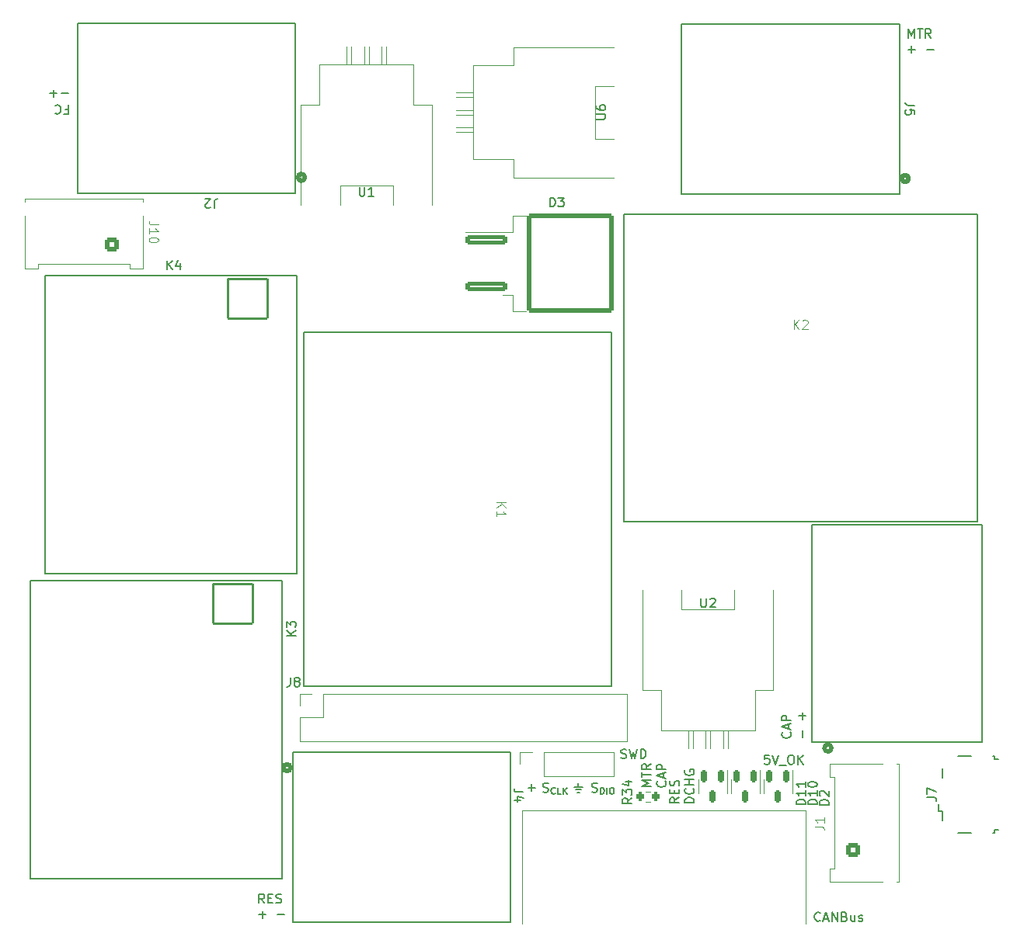
<source format=gto>
G04 #@! TF.GenerationSoftware,KiCad,Pcbnew,7.0.2*
G04 #@! TF.CreationDate,2023-11-05T14:56:02-07:00*
G04 #@! TF.ProjectId,Relay_Board_Lucy_V1,52656c61-795f-4426-9f61-72645f4c7563,V1.0*
G04 #@! TF.SameCoordinates,Original*
G04 #@! TF.FileFunction,Legend,Top*
G04 #@! TF.FilePolarity,Positive*
%FSLAX46Y46*%
G04 Gerber Fmt 4.6, Leading zero omitted, Abs format (unit mm)*
G04 Created by KiCad (PCBNEW 7.0.2) date 2023-11-05 14:56:02*
%MOMM*%
%LPD*%
G01*
G04 APERTURE LIST*
G04 Aperture macros list*
%AMRoundRect*
0 Rectangle with rounded corners*
0 $1 Rounding radius*
0 $2 $3 $4 $5 $6 $7 $8 $9 X,Y pos of 4 corners*
0 Add a 4 corners polygon primitive as box body*
4,1,4,$2,$3,$4,$5,$6,$7,$8,$9,$2,$3,0*
0 Add four circle primitives for the rounded corners*
1,1,$1+$1,$2,$3*
1,1,$1+$1,$4,$5*
1,1,$1+$1,$6,$7*
1,1,$1+$1,$8,$9*
0 Add four rect primitives between the rounded corners*
20,1,$1+$1,$2,$3,$4,$5,0*
20,1,$1+$1,$4,$5,$6,$7,0*
20,1,$1+$1,$6,$7,$8,$9,0*
20,1,$1+$1,$8,$9,$2,$3,0*%
G04 Aperture macros list end*
%ADD10C,0.150000*%
%ADD11C,0.100000*%
%ADD12C,0.120000*%
%ADD13C,0.127000*%
%ADD14C,0.152400*%
%ADD15C,0.508000*%
%ADD16O,0.800000X0.800000*%
%ADD17R,1.300000X0.450000*%
%ADD18O,1.800000X1.150000*%
%ADD19O,2.000000X1.450000*%
%ADD20RoundRect,0.250000X-2.050000X-0.300000X2.050000X-0.300000X2.050000X0.300000X-2.050000X0.300000X0*%
%ADD21RoundRect,0.250002X-4.449998X-5.149998X4.449998X-5.149998X4.449998X5.149998X-4.449998X5.149998X0*%
%ADD22RoundRect,0.102000X-2.159000X-2.159000X2.159000X-2.159000X2.159000X2.159000X-2.159000X2.159000X0*%
%ADD23C,4.522000*%
%ADD24C,2.744000*%
%ADD25C,2.209800*%
%ADD26RoundRect,0.200000X0.200000X0.275000X-0.200000X0.275000X-0.200000X-0.275000X0.200000X-0.275000X0*%
%ADD27R,1.700000X1.700000*%
%ADD28O,1.700000X1.700000*%
%ADD29C,1.000000*%
%ADD30RoundRect,0.250001X0.499999X0.499999X-0.499999X0.499999X-0.499999X-0.499999X0.499999X-0.499999X0*%
%ADD31C,1.500000*%
%ADD32C,3.200000*%
%ADD33RoundRect,0.150000X-0.150000X0.512500X-0.150000X-0.512500X0.150000X-0.512500X0.150000X0.512500X0*%
%ADD34O,7.500000X2.300000*%
%ADD35C,3.000000*%
%ADD36O,2.300000X7.500000*%
%ADD37R,1.500000X1.500000*%
%ADD38C,0.800000*%
%ADD39O,9.000000X6.000000*%
%ADD40RoundRect,0.250001X0.499999X-0.499999X0.499999X0.499999X-0.499999X0.499999X-0.499999X-0.499999X0*%
%ADD41O,6.000000X9.000000*%
%ADD42C,4.000000*%
%ADD43R,1.600000X1.600000*%
%ADD44C,1.600000*%
G04 APERTURE END LIST*
D10*
X144589476Y-137625000D02*
X144732333Y-137672619D01*
X144732333Y-137672619D02*
X144970428Y-137672619D01*
X144970428Y-137672619D02*
X145065666Y-137625000D01*
X145065666Y-137625000D02*
X145113285Y-137577380D01*
X145113285Y-137577380D02*
X145160904Y-137482142D01*
X145160904Y-137482142D02*
X145160904Y-137386904D01*
X145160904Y-137386904D02*
X145113285Y-137291666D01*
X145113285Y-137291666D02*
X145065666Y-137244047D01*
X145065666Y-137244047D02*
X144970428Y-137196428D01*
X144970428Y-137196428D02*
X144779952Y-137148809D01*
X144779952Y-137148809D02*
X144684714Y-137101190D01*
X144684714Y-137101190D02*
X144637095Y-137053571D01*
X144637095Y-137053571D02*
X144589476Y-136958333D01*
X144589476Y-136958333D02*
X144589476Y-136863095D01*
X144589476Y-136863095D02*
X144637095Y-136767857D01*
X144637095Y-136767857D02*
X144684714Y-136720238D01*
X144684714Y-136720238D02*
X144779952Y-136672619D01*
X144779952Y-136672619D02*
X145018047Y-136672619D01*
X145018047Y-136672619D02*
X145160904Y-136720238D01*
X145918047Y-137801666D02*
X145884714Y-137835000D01*
X145884714Y-137835000D02*
X145784714Y-137868333D01*
X145784714Y-137868333D02*
X145718047Y-137868333D01*
X145718047Y-137868333D02*
X145618047Y-137835000D01*
X145618047Y-137835000D02*
X145551381Y-137768333D01*
X145551381Y-137768333D02*
X145518047Y-137701666D01*
X145518047Y-137701666D02*
X145484714Y-137568333D01*
X145484714Y-137568333D02*
X145484714Y-137468333D01*
X145484714Y-137468333D02*
X145518047Y-137335000D01*
X145518047Y-137335000D02*
X145551381Y-137268333D01*
X145551381Y-137268333D02*
X145618047Y-137201666D01*
X145618047Y-137201666D02*
X145718047Y-137168333D01*
X145718047Y-137168333D02*
X145784714Y-137168333D01*
X145784714Y-137168333D02*
X145884714Y-137201666D01*
X145884714Y-137201666D02*
X145918047Y-137235000D01*
X146551381Y-137868333D02*
X146218047Y-137868333D01*
X146218047Y-137868333D02*
X146218047Y-137168333D01*
X146784714Y-137868333D02*
X146784714Y-137168333D01*
X147184714Y-137868333D02*
X146884714Y-137468333D01*
X147184714Y-137168333D02*
X146784714Y-137568333D01*
X156372619Y-137048904D02*
X155372619Y-137048904D01*
X155372619Y-137048904D02*
X156086904Y-136715571D01*
X156086904Y-136715571D02*
X155372619Y-136382238D01*
X155372619Y-136382238D02*
X156372619Y-136382238D01*
X155372619Y-136048904D02*
X155372619Y-135477476D01*
X156372619Y-135763190D02*
X155372619Y-135763190D01*
X156372619Y-134572714D02*
X155896428Y-134906047D01*
X156372619Y-135144142D02*
X155372619Y-135144142D01*
X155372619Y-135144142D02*
X155372619Y-134763190D01*
X155372619Y-134763190D02*
X155420238Y-134667952D01*
X155420238Y-134667952D02*
X155467857Y-134620333D01*
X155467857Y-134620333D02*
X155563095Y-134572714D01*
X155563095Y-134572714D02*
X155705952Y-134572714D01*
X155705952Y-134572714D02*
X155801190Y-134620333D01*
X155801190Y-134620333D02*
X155848809Y-134667952D01*
X155848809Y-134667952D02*
X155896428Y-134763190D01*
X155896428Y-134763190D02*
X155896428Y-135144142D01*
X157897380Y-136477476D02*
X157945000Y-136525095D01*
X157945000Y-136525095D02*
X157992619Y-136667952D01*
X157992619Y-136667952D02*
X157992619Y-136763190D01*
X157992619Y-136763190D02*
X157945000Y-136906047D01*
X157945000Y-136906047D02*
X157849761Y-137001285D01*
X157849761Y-137001285D02*
X157754523Y-137048904D01*
X157754523Y-137048904D02*
X157564047Y-137096523D01*
X157564047Y-137096523D02*
X157421190Y-137096523D01*
X157421190Y-137096523D02*
X157230714Y-137048904D01*
X157230714Y-137048904D02*
X157135476Y-137001285D01*
X157135476Y-137001285D02*
X157040238Y-136906047D01*
X157040238Y-136906047D02*
X156992619Y-136763190D01*
X156992619Y-136763190D02*
X156992619Y-136667952D01*
X156992619Y-136667952D02*
X157040238Y-136525095D01*
X157040238Y-136525095D02*
X157087857Y-136477476D01*
X157706904Y-136096523D02*
X157706904Y-135620333D01*
X157992619Y-136191761D02*
X156992619Y-135858428D01*
X156992619Y-135858428D02*
X157992619Y-135525095D01*
X157992619Y-135191761D02*
X156992619Y-135191761D01*
X156992619Y-135191761D02*
X156992619Y-134810809D01*
X156992619Y-134810809D02*
X157040238Y-134715571D01*
X157040238Y-134715571D02*
X157087857Y-134667952D01*
X157087857Y-134667952D02*
X157183095Y-134620333D01*
X157183095Y-134620333D02*
X157325952Y-134620333D01*
X157325952Y-134620333D02*
X157421190Y-134667952D01*
X157421190Y-134667952D02*
X157468809Y-134715571D01*
X157468809Y-134715571D02*
X157516428Y-134810809D01*
X157516428Y-134810809D02*
X157516428Y-135191761D01*
X114220523Y-149768619D02*
X113887190Y-149292428D01*
X113649095Y-149768619D02*
X113649095Y-148768619D01*
X113649095Y-148768619D02*
X114030047Y-148768619D01*
X114030047Y-148768619D02*
X114125285Y-148816238D01*
X114125285Y-148816238D02*
X114172904Y-148863857D01*
X114172904Y-148863857D02*
X114220523Y-148959095D01*
X114220523Y-148959095D02*
X114220523Y-149101952D01*
X114220523Y-149101952D02*
X114172904Y-149197190D01*
X114172904Y-149197190D02*
X114125285Y-149244809D01*
X114125285Y-149244809D02*
X114030047Y-149292428D01*
X114030047Y-149292428D02*
X113649095Y-149292428D01*
X114649095Y-149244809D02*
X114982428Y-149244809D01*
X115125285Y-149768619D02*
X114649095Y-149768619D01*
X114649095Y-149768619D02*
X114649095Y-148768619D01*
X114649095Y-148768619D02*
X115125285Y-148768619D01*
X115506238Y-149721000D02*
X115649095Y-149768619D01*
X115649095Y-149768619D02*
X115887190Y-149768619D01*
X115887190Y-149768619D02*
X115982428Y-149721000D01*
X115982428Y-149721000D02*
X116030047Y-149673380D01*
X116030047Y-149673380D02*
X116077666Y-149578142D01*
X116077666Y-149578142D02*
X116077666Y-149482904D01*
X116077666Y-149482904D02*
X116030047Y-149387666D01*
X116030047Y-149387666D02*
X115982428Y-149340047D01*
X115982428Y-149340047D02*
X115887190Y-149292428D01*
X115887190Y-149292428D02*
X115696714Y-149244809D01*
X115696714Y-149244809D02*
X115601476Y-149197190D01*
X115601476Y-149197190D02*
X115553857Y-149149571D01*
X115553857Y-149149571D02*
X115506238Y-149054333D01*
X115506238Y-149054333D02*
X115506238Y-148959095D01*
X115506238Y-148959095D02*
X115553857Y-148863857D01*
X115553857Y-148863857D02*
X115601476Y-148816238D01*
X115601476Y-148816238D02*
X115696714Y-148768619D01*
X115696714Y-148768619D02*
X115934809Y-148768619D01*
X115934809Y-148768619D02*
X116077666Y-148816238D01*
X113649095Y-151007666D02*
X114411000Y-151007666D01*
X114030047Y-151388619D02*
X114030047Y-150626714D01*
X115649095Y-151007666D02*
X116411000Y-151007666D01*
X171517380Y-131143476D02*
X171565000Y-131191095D01*
X171565000Y-131191095D02*
X171612619Y-131333952D01*
X171612619Y-131333952D02*
X171612619Y-131429190D01*
X171612619Y-131429190D02*
X171565000Y-131572047D01*
X171565000Y-131572047D02*
X171469761Y-131667285D01*
X171469761Y-131667285D02*
X171374523Y-131714904D01*
X171374523Y-131714904D02*
X171184047Y-131762523D01*
X171184047Y-131762523D02*
X171041190Y-131762523D01*
X171041190Y-131762523D02*
X170850714Y-131714904D01*
X170850714Y-131714904D02*
X170755476Y-131667285D01*
X170755476Y-131667285D02*
X170660238Y-131572047D01*
X170660238Y-131572047D02*
X170612619Y-131429190D01*
X170612619Y-131429190D02*
X170612619Y-131333952D01*
X170612619Y-131333952D02*
X170660238Y-131191095D01*
X170660238Y-131191095D02*
X170707857Y-131143476D01*
X171326904Y-130762523D02*
X171326904Y-130286333D01*
X171612619Y-130857761D02*
X170612619Y-130524428D01*
X170612619Y-130524428D02*
X171612619Y-130191095D01*
X171612619Y-129857761D02*
X170612619Y-129857761D01*
X170612619Y-129857761D02*
X170612619Y-129476809D01*
X170612619Y-129476809D02*
X170660238Y-129381571D01*
X170660238Y-129381571D02*
X170707857Y-129333952D01*
X170707857Y-129333952D02*
X170803095Y-129286333D01*
X170803095Y-129286333D02*
X170945952Y-129286333D01*
X170945952Y-129286333D02*
X171041190Y-129333952D01*
X171041190Y-129333952D02*
X171088809Y-129381571D01*
X171088809Y-129381571D02*
X171136428Y-129476809D01*
X171136428Y-129476809D02*
X171136428Y-129857761D01*
X172851666Y-131714904D02*
X172851666Y-130953000D01*
X172851666Y-129714904D02*
X172851666Y-128953000D01*
X173232619Y-129333952D02*
X172470714Y-129333952D01*
X92519571Y-63226190D02*
X92852904Y-63226190D01*
X92852904Y-62702380D02*
X92852904Y-63702380D01*
X92852904Y-63702380D02*
X92376714Y-63702380D01*
X91424333Y-62797619D02*
X91471952Y-62750000D01*
X91471952Y-62750000D02*
X91614809Y-62702380D01*
X91614809Y-62702380D02*
X91710047Y-62702380D01*
X91710047Y-62702380D02*
X91852904Y-62750000D01*
X91852904Y-62750000D02*
X91948142Y-62845238D01*
X91948142Y-62845238D02*
X91995761Y-62940476D01*
X91995761Y-62940476D02*
X92043380Y-63130952D01*
X92043380Y-63130952D02*
X92043380Y-63273809D01*
X92043380Y-63273809D02*
X91995761Y-63464285D01*
X91995761Y-63464285D02*
X91948142Y-63559523D01*
X91948142Y-63559523D02*
X91852904Y-63654761D01*
X91852904Y-63654761D02*
X91710047Y-63702380D01*
X91710047Y-63702380D02*
X91614809Y-63702380D01*
X91614809Y-63702380D02*
X91471952Y-63654761D01*
X91471952Y-63654761D02*
X91424333Y-63607142D01*
X92852904Y-61463333D02*
X92091000Y-61463333D01*
X91614809Y-61463333D02*
X90852905Y-61463333D01*
X91233857Y-61082380D02*
X91233857Y-61844285D01*
X169243285Y-133624619D02*
X168767095Y-133624619D01*
X168767095Y-133624619D02*
X168719476Y-134100809D01*
X168719476Y-134100809D02*
X168767095Y-134053190D01*
X168767095Y-134053190D02*
X168862333Y-134005571D01*
X168862333Y-134005571D02*
X169100428Y-134005571D01*
X169100428Y-134005571D02*
X169195666Y-134053190D01*
X169195666Y-134053190D02*
X169243285Y-134100809D01*
X169243285Y-134100809D02*
X169290904Y-134196047D01*
X169290904Y-134196047D02*
X169290904Y-134434142D01*
X169290904Y-134434142D02*
X169243285Y-134529380D01*
X169243285Y-134529380D02*
X169195666Y-134577000D01*
X169195666Y-134577000D02*
X169100428Y-134624619D01*
X169100428Y-134624619D02*
X168862333Y-134624619D01*
X168862333Y-134624619D02*
X168767095Y-134577000D01*
X168767095Y-134577000D02*
X168719476Y-134529380D01*
X169576619Y-133624619D02*
X169909952Y-134624619D01*
X169909952Y-134624619D02*
X170243285Y-133624619D01*
X170338524Y-134719857D02*
X171100428Y-134719857D01*
X171529000Y-133624619D02*
X171719476Y-133624619D01*
X171719476Y-133624619D02*
X171814714Y-133672238D01*
X171814714Y-133672238D02*
X171909952Y-133767476D01*
X171909952Y-133767476D02*
X171957571Y-133957952D01*
X171957571Y-133957952D02*
X171957571Y-134291285D01*
X171957571Y-134291285D02*
X171909952Y-134481761D01*
X171909952Y-134481761D02*
X171814714Y-134577000D01*
X171814714Y-134577000D02*
X171719476Y-134624619D01*
X171719476Y-134624619D02*
X171529000Y-134624619D01*
X171529000Y-134624619D02*
X171433762Y-134577000D01*
X171433762Y-134577000D02*
X171338524Y-134481761D01*
X171338524Y-134481761D02*
X171290905Y-134291285D01*
X171290905Y-134291285D02*
X171290905Y-133957952D01*
X171290905Y-133957952D02*
X171338524Y-133767476D01*
X171338524Y-133767476D02*
X171433762Y-133672238D01*
X171433762Y-133672238D02*
X171529000Y-133624619D01*
X172386143Y-134624619D02*
X172386143Y-133624619D01*
X172957571Y-134624619D02*
X172529000Y-134053190D01*
X172957571Y-133624619D02*
X172386143Y-134196047D01*
X184388095Y-55407619D02*
X184388095Y-54407619D01*
X184388095Y-54407619D02*
X184721428Y-55121904D01*
X184721428Y-55121904D02*
X185054761Y-54407619D01*
X185054761Y-54407619D02*
X185054761Y-55407619D01*
X185388095Y-54407619D02*
X185959523Y-54407619D01*
X185673809Y-55407619D02*
X185673809Y-54407619D01*
X186864285Y-55407619D02*
X186530952Y-54931428D01*
X186292857Y-55407619D02*
X186292857Y-54407619D01*
X186292857Y-54407619D02*
X186673809Y-54407619D01*
X186673809Y-54407619D02*
X186769047Y-54455238D01*
X186769047Y-54455238D02*
X186816666Y-54502857D01*
X186816666Y-54502857D02*
X186864285Y-54598095D01*
X186864285Y-54598095D02*
X186864285Y-54740952D01*
X186864285Y-54740952D02*
X186816666Y-54836190D01*
X186816666Y-54836190D02*
X186769047Y-54883809D01*
X186769047Y-54883809D02*
X186673809Y-54931428D01*
X186673809Y-54931428D02*
X186292857Y-54931428D01*
X184388095Y-56646666D02*
X185150000Y-56646666D01*
X184769047Y-57027619D02*
X184769047Y-56265714D01*
X186388095Y-56646666D02*
X187150000Y-56646666D01*
X153098476Y-133942000D02*
X153241333Y-133989619D01*
X153241333Y-133989619D02*
X153479428Y-133989619D01*
X153479428Y-133989619D02*
X153574666Y-133942000D01*
X153574666Y-133942000D02*
X153622285Y-133894380D01*
X153622285Y-133894380D02*
X153669904Y-133799142D01*
X153669904Y-133799142D02*
X153669904Y-133703904D01*
X153669904Y-133703904D02*
X153622285Y-133608666D01*
X153622285Y-133608666D02*
X153574666Y-133561047D01*
X153574666Y-133561047D02*
X153479428Y-133513428D01*
X153479428Y-133513428D02*
X153288952Y-133465809D01*
X153288952Y-133465809D02*
X153193714Y-133418190D01*
X153193714Y-133418190D02*
X153146095Y-133370571D01*
X153146095Y-133370571D02*
X153098476Y-133275333D01*
X153098476Y-133275333D02*
X153098476Y-133180095D01*
X153098476Y-133180095D02*
X153146095Y-133084857D01*
X153146095Y-133084857D02*
X153193714Y-133037238D01*
X153193714Y-133037238D02*
X153288952Y-132989619D01*
X153288952Y-132989619D02*
X153527047Y-132989619D01*
X153527047Y-132989619D02*
X153669904Y-133037238D01*
X154003238Y-132989619D02*
X154241333Y-133989619D01*
X154241333Y-133989619D02*
X154431809Y-133275333D01*
X154431809Y-133275333D02*
X154622285Y-133989619D01*
X154622285Y-133989619D02*
X154860381Y-132989619D01*
X155241333Y-133989619D02*
X155241333Y-132989619D01*
X155241333Y-132989619D02*
X155479428Y-132989619D01*
X155479428Y-132989619D02*
X155622285Y-133037238D01*
X155622285Y-133037238D02*
X155717523Y-133132476D01*
X155717523Y-133132476D02*
X155765142Y-133227714D01*
X155765142Y-133227714D02*
X155812761Y-133418190D01*
X155812761Y-133418190D02*
X155812761Y-133561047D01*
X155812761Y-133561047D02*
X155765142Y-133751523D01*
X155765142Y-133751523D02*
X155717523Y-133846761D01*
X155717523Y-133846761D02*
X155622285Y-133942000D01*
X155622285Y-133942000D02*
X155479428Y-133989619D01*
X155479428Y-133989619D02*
X155241333Y-133989619D01*
X149923476Y-137625000D02*
X150066333Y-137672619D01*
X150066333Y-137672619D02*
X150304428Y-137672619D01*
X150304428Y-137672619D02*
X150399666Y-137625000D01*
X150399666Y-137625000D02*
X150447285Y-137577380D01*
X150447285Y-137577380D02*
X150494904Y-137482142D01*
X150494904Y-137482142D02*
X150494904Y-137386904D01*
X150494904Y-137386904D02*
X150447285Y-137291666D01*
X150447285Y-137291666D02*
X150399666Y-137244047D01*
X150399666Y-137244047D02*
X150304428Y-137196428D01*
X150304428Y-137196428D02*
X150113952Y-137148809D01*
X150113952Y-137148809D02*
X150018714Y-137101190D01*
X150018714Y-137101190D02*
X149971095Y-137053571D01*
X149971095Y-137053571D02*
X149923476Y-136958333D01*
X149923476Y-136958333D02*
X149923476Y-136863095D01*
X149923476Y-136863095D02*
X149971095Y-136767857D01*
X149971095Y-136767857D02*
X150018714Y-136720238D01*
X150018714Y-136720238D02*
X150113952Y-136672619D01*
X150113952Y-136672619D02*
X150352047Y-136672619D01*
X150352047Y-136672619D02*
X150494904Y-136720238D01*
X150852047Y-137868333D02*
X150852047Y-137168333D01*
X150852047Y-137168333D02*
X151018714Y-137168333D01*
X151018714Y-137168333D02*
X151118714Y-137201666D01*
X151118714Y-137201666D02*
X151185381Y-137268333D01*
X151185381Y-137268333D02*
X151218714Y-137335000D01*
X151218714Y-137335000D02*
X151252047Y-137468333D01*
X151252047Y-137468333D02*
X151252047Y-137568333D01*
X151252047Y-137568333D02*
X151218714Y-137701666D01*
X151218714Y-137701666D02*
X151185381Y-137768333D01*
X151185381Y-137768333D02*
X151118714Y-137835000D01*
X151118714Y-137835000D02*
X151018714Y-137868333D01*
X151018714Y-137868333D02*
X150852047Y-137868333D01*
X151552047Y-137868333D02*
X151552047Y-137168333D01*
X152018714Y-137168333D02*
X152152047Y-137168333D01*
X152152047Y-137168333D02*
X152218714Y-137201666D01*
X152218714Y-137201666D02*
X152285380Y-137268333D01*
X152285380Y-137268333D02*
X152318714Y-137401666D01*
X152318714Y-137401666D02*
X152318714Y-137635000D01*
X152318714Y-137635000D02*
X152285380Y-137768333D01*
X152285380Y-137768333D02*
X152218714Y-137835000D01*
X152218714Y-137835000D02*
X152152047Y-137868333D01*
X152152047Y-137868333D02*
X152018714Y-137868333D01*
X152018714Y-137868333D02*
X151952047Y-137835000D01*
X151952047Y-137835000D02*
X151885380Y-137768333D01*
X151885380Y-137768333D02*
X151852047Y-137635000D01*
X151852047Y-137635000D02*
X151852047Y-137401666D01*
X151852047Y-137401666D02*
X151885380Y-137268333D01*
X151885380Y-137268333D02*
X151952047Y-137201666D01*
X151952047Y-137201666D02*
X152018714Y-137168333D01*
X147970857Y-137101190D02*
X148923238Y-137101190D01*
X148161333Y-137386904D02*
X148732761Y-137386904D01*
X148447047Y-136672619D02*
X148447047Y-137101190D01*
X148542285Y-137672619D02*
X148351809Y-137672619D01*
X159420619Y-138255476D02*
X158944428Y-138588809D01*
X159420619Y-138826904D02*
X158420619Y-138826904D01*
X158420619Y-138826904D02*
X158420619Y-138445952D01*
X158420619Y-138445952D02*
X158468238Y-138350714D01*
X158468238Y-138350714D02*
X158515857Y-138303095D01*
X158515857Y-138303095D02*
X158611095Y-138255476D01*
X158611095Y-138255476D02*
X158753952Y-138255476D01*
X158753952Y-138255476D02*
X158849190Y-138303095D01*
X158849190Y-138303095D02*
X158896809Y-138350714D01*
X158896809Y-138350714D02*
X158944428Y-138445952D01*
X158944428Y-138445952D02*
X158944428Y-138826904D01*
X158896809Y-137826904D02*
X158896809Y-137493571D01*
X159420619Y-137350714D02*
X159420619Y-137826904D01*
X159420619Y-137826904D02*
X158420619Y-137826904D01*
X158420619Y-137826904D02*
X158420619Y-137350714D01*
X159373000Y-136969761D02*
X159420619Y-136826904D01*
X159420619Y-136826904D02*
X159420619Y-136588809D01*
X159420619Y-136588809D02*
X159373000Y-136493571D01*
X159373000Y-136493571D02*
X159325380Y-136445952D01*
X159325380Y-136445952D02*
X159230142Y-136398333D01*
X159230142Y-136398333D02*
X159134904Y-136398333D01*
X159134904Y-136398333D02*
X159039666Y-136445952D01*
X159039666Y-136445952D02*
X158992047Y-136493571D01*
X158992047Y-136493571D02*
X158944428Y-136588809D01*
X158944428Y-136588809D02*
X158896809Y-136779285D01*
X158896809Y-136779285D02*
X158849190Y-136874523D01*
X158849190Y-136874523D02*
X158801571Y-136922142D01*
X158801571Y-136922142D02*
X158706333Y-136969761D01*
X158706333Y-136969761D02*
X158611095Y-136969761D01*
X158611095Y-136969761D02*
X158515857Y-136922142D01*
X158515857Y-136922142D02*
X158468238Y-136874523D01*
X158468238Y-136874523D02*
X158420619Y-136779285D01*
X158420619Y-136779285D02*
X158420619Y-136541190D01*
X158420619Y-136541190D02*
X158468238Y-136398333D01*
X161040619Y-138826904D02*
X160040619Y-138826904D01*
X160040619Y-138826904D02*
X160040619Y-138588809D01*
X160040619Y-138588809D02*
X160088238Y-138445952D01*
X160088238Y-138445952D02*
X160183476Y-138350714D01*
X160183476Y-138350714D02*
X160278714Y-138303095D01*
X160278714Y-138303095D02*
X160469190Y-138255476D01*
X160469190Y-138255476D02*
X160612047Y-138255476D01*
X160612047Y-138255476D02*
X160802523Y-138303095D01*
X160802523Y-138303095D02*
X160897761Y-138350714D01*
X160897761Y-138350714D02*
X160993000Y-138445952D01*
X160993000Y-138445952D02*
X161040619Y-138588809D01*
X161040619Y-138588809D02*
X161040619Y-138826904D01*
X160945380Y-137255476D02*
X160993000Y-137303095D01*
X160993000Y-137303095D02*
X161040619Y-137445952D01*
X161040619Y-137445952D02*
X161040619Y-137541190D01*
X161040619Y-137541190D02*
X160993000Y-137684047D01*
X160993000Y-137684047D02*
X160897761Y-137779285D01*
X160897761Y-137779285D02*
X160802523Y-137826904D01*
X160802523Y-137826904D02*
X160612047Y-137874523D01*
X160612047Y-137874523D02*
X160469190Y-137874523D01*
X160469190Y-137874523D02*
X160278714Y-137826904D01*
X160278714Y-137826904D02*
X160183476Y-137779285D01*
X160183476Y-137779285D02*
X160088238Y-137684047D01*
X160088238Y-137684047D02*
X160040619Y-137541190D01*
X160040619Y-137541190D02*
X160040619Y-137445952D01*
X160040619Y-137445952D02*
X160088238Y-137303095D01*
X160088238Y-137303095D02*
X160135857Y-137255476D01*
X161040619Y-136826904D02*
X160040619Y-136826904D01*
X160516809Y-136826904D02*
X160516809Y-136255476D01*
X161040619Y-136255476D02*
X160040619Y-136255476D01*
X160088238Y-135255476D02*
X160040619Y-135350714D01*
X160040619Y-135350714D02*
X160040619Y-135493571D01*
X160040619Y-135493571D02*
X160088238Y-135636428D01*
X160088238Y-135636428D02*
X160183476Y-135731666D01*
X160183476Y-135731666D02*
X160278714Y-135779285D01*
X160278714Y-135779285D02*
X160469190Y-135826904D01*
X160469190Y-135826904D02*
X160612047Y-135826904D01*
X160612047Y-135826904D02*
X160802523Y-135779285D01*
X160802523Y-135779285D02*
X160897761Y-135731666D01*
X160897761Y-135731666D02*
X160993000Y-135636428D01*
X160993000Y-135636428D02*
X161040619Y-135493571D01*
X161040619Y-135493571D02*
X161040619Y-135398333D01*
X161040619Y-135398333D02*
X160993000Y-135255476D01*
X160993000Y-135255476D02*
X160945380Y-135207857D01*
X160945380Y-135207857D02*
X160612047Y-135207857D01*
X160612047Y-135207857D02*
X160612047Y-135398333D01*
X174799523Y-151674380D02*
X174751904Y-151722000D01*
X174751904Y-151722000D02*
X174609047Y-151769619D01*
X174609047Y-151769619D02*
X174513809Y-151769619D01*
X174513809Y-151769619D02*
X174370952Y-151722000D01*
X174370952Y-151722000D02*
X174275714Y-151626761D01*
X174275714Y-151626761D02*
X174228095Y-151531523D01*
X174228095Y-151531523D02*
X174180476Y-151341047D01*
X174180476Y-151341047D02*
X174180476Y-151198190D01*
X174180476Y-151198190D02*
X174228095Y-151007714D01*
X174228095Y-151007714D02*
X174275714Y-150912476D01*
X174275714Y-150912476D02*
X174370952Y-150817238D01*
X174370952Y-150817238D02*
X174513809Y-150769619D01*
X174513809Y-150769619D02*
X174609047Y-150769619D01*
X174609047Y-150769619D02*
X174751904Y-150817238D01*
X174751904Y-150817238D02*
X174799523Y-150864857D01*
X175180476Y-151483904D02*
X175656666Y-151483904D01*
X175085238Y-151769619D02*
X175418571Y-150769619D01*
X175418571Y-150769619D02*
X175751904Y-151769619D01*
X176085238Y-151769619D02*
X176085238Y-150769619D01*
X176085238Y-150769619D02*
X176656666Y-151769619D01*
X176656666Y-151769619D02*
X176656666Y-150769619D01*
X177466190Y-151245809D02*
X177609047Y-151293428D01*
X177609047Y-151293428D02*
X177656666Y-151341047D01*
X177656666Y-151341047D02*
X177704285Y-151436285D01*
X177704285Y-151436285D02*
X177704285Y-151579142D01*
X177704285Y-151579142D02*
X177656666Y-151674380D01*
X177656666Y-151674380D02*
X177609047Y-151722000D01*
X177609047Y-151722000D02*
X177513809Y-151769619D01*
X177513809Y-151769619D02*
X177132857Y-151769619D01*
X177132857Y-151769619D02*
X177132857Y-150769619D01*
X177132857Y-150769619D02*
X177466190Y-150769619D01*
X177466190Y-150769619D02*
X177561428Y-150817238D01*
X177561428Y-150817238D02*
X177609047Y-150864857D01*
X177609047Y-150864857D02*
X177656666Y-150960095D01*
X177656666Y-150960095D02*
X177656666Y-151055333D01*
X177656666Y-151055333D02*
X177609047Y-151150571D01*
X177609047Y-151150571D02*
X177561428Y-151198190D01*
X177561428Y-151198190D02*
X177466190Y-151245809D01*
X177466190Y-151245809D02*
X177132857Y-151245809D01*
X178561428Y-151102952D02*
X178561428Y-151769619D01*
X178132857Y-151102952D02*
X178132857Y-151626761D01*
X178132857Y-151626761D02*
X178180476Y-151722000D01*
X178180476Y-151722000D02*
X178275714Y-151769619D01*
X178275714Y-151769619D02*
X178418571Y-151769619D01*
X178418571Y-151769619D02*
X178513809Y-151722000D01*
X178513809Y-151722000D02*
X178561428Y-151674380D01*
X178990000Y-151722000D02*
X179085238Y-151769619D01*
X179085238Y-151769619D02*
X179275714Y-151769619D01*
X179275714Y-151769619D02*
X179370952Y-151722000D01*
X179370952Y-151722000D02*
X179418571Y-151626761D01*
X179418571Y-151626761D02*
X179418571Y-151579142D01*
X179418571Y-151579142D02*
X179370952Y-151483904D01*
X179370952Y-151483904D02*
X179275714Y-151436285D01*
X179275714Y-151436285D02*
X179132857Y-151436285D01*
X179132857Y-151436285D02*
X179037619Y-151388666D01*
X179037619Y-151388666D02*
X178990000Y-151293428D01*
X178990000Y-151293428D02*
X178990000Y-151245809D01*
X178990000Y-151245809D02*
X179037619Y-151150571D01*
X179037619Y-151150571D02*
X179132857Y-151102952D01*
X179132857Y-151102952D02*
X179275714Y-151102952D01*
X179275714Y-151102952D02*
X179370952Y-151150571D01*
X142986095Y-137164666D02*
X143748000Y-137164666D01*
X143367047Y-137545619D02*
X143367047Y-136783714D01*
X186462619Y-138255333D02*
X187176904Y-138255333D01*
X187176904Y-138255333D02*
X187319761Y-138302952D01*
X187319761Y-138302952D02*
X187415000Y-138398190D01*
X187415000Y-138398190D02*
X187462619Y-138541047D01*
X187462619Y-138541047D02*
X187462619Y-138636285D01*
X186462619Y-137874380D02*
X186462619Y-137207714D01*
X186462619Y-137207714D02*
X187462619Y-137636285D01*
X145341905Y-73822619D02*
X145341905Y-72822619D01*
X145341905Y-72822619D02*
X145580000Y-72822619D01*
X145580000Y-72822619D02*
X145722857Y-72870238D01*
X145722857Y-72870238D02*
X145818095Y-72965476D01*
X145818095Y-72965476D02*
X145865714Y-73060714D01*
X145865714Y-73060714D02*
X145913333Y-73251190D01*
X145913333Y-73251190D02*
X145913333Y-73394047D01*
X145913333Y-73394047D02*
X145865714Y-73584523D01*
X145865714Y-73584523D02*
X145818095Y-73679761D01*
X145818095Y-73679761D02*
X145722857Y-73775000D01*
X145722857Y-73775000D02*
X145580000Y-73822619D01*
X145580000Y-73822619D02*
X145341905Y-73822619D01*
X146246667Y-72822619D02*
X146865714Y-72822619D01*
X146865714Y-72822619D02*
X146532381Y-73203571D01*
X146532381Y-73203571D02*
X146675238Y-73203571D01*
X146675238Y-73203571D02*
X146770476Y-73251190D01*
X146770476Y-73251190D02*
X146818095Y-73298809D01*
X146818095Y-73298809D02*
X146865714Y-73394047D01*
X146865714Y-73394047D02*
X146865714Y-73632142D01*
X146865714Y-73632142D02*
X146818095Y-73727380D01*
X146818095Y-73727380D02*
X146770476Y-73775000D01*
X146770476Y-73775000D02*
X146675238Y-73822619D01*
X146675238Y-73822619D02*
X146389524Y-73822619D01*
X146389524Y-73822619D02*
X146294286Y-73775000D01*
X146294286Y-73775000D02*
X146246667Y-73727380D01*
X117658598Y-120575899D02*
X116657779Y-120575899D01*
X117658598Y-120004003D02*
X117086701Y-120432925D01*
X116657779Y-120004003D02*
X117229675Y-120575899D01*
X116657779Y-119670396D02*
X116657779Y-119050842D01*
X116657779Y-119050842D02*
X117039043Y-119384448D01*
X117039043Y-119384448D02*
X117039043Y-119241474D01*
X117039043Y-119241474D02*
X117086701Y-119146158D01*
X117086701Y-119146158D02*
X117134359Y-119098500D01*
X117134359Y-119098500D02*
X117229675Y-119050842D01*
X117229675Y-119050842D02*
X117467965Y-119050842D01*
X117467965Y-119050842D02*
X117563281Y-119098500D01*
X117563281Y-119098500D02*
X117610940Y-119146158D01*
X117610940Y-119146158D02*
X117658598Y-119241474D01*
X117658598Y-119241474D02*
X117658598Y-119527422D01*
X117658598Y-119527422D02*
X117610940Y-119622738D01*
X117610940Y-119622738D02*
X117563281Y-119670396D01*
X154259619Y-138310857D02*
X153783428Y-138644190D01*
X154259619Y-138882285D02*
X153259619Y-138882285D01*
X153259619Y-138882285D02*
X153259619Y-138501333D01*
X153259619Y-138501333D02*
X153307238Y-138406095D01*
X153307238Y-138406095D02*
X153354857Y-138358476D01*
X153354857Y-138358476D02*
X153450095Y-138310857D01*
X153450095Y-138310857D02*
X153592952Y-138310857D01*
X153592952Y-138310857D02*
X153688190Y-138358476D01*
X153688190Y-138358476D02*
X153735809Y-138406095D01*
X153735809Y-138406095D02*
X153783428Y-138501333D01*
X153783428Y-138501333D02*
X153783428Y-138882285D01*
X153259619Y-137977523D02*
X153259619Y-137358476D01*
X153259619Y-137358476D02*
X153640571Y-137691809D01*
X153640571Y-137691809D02*
X153640571Y-137548952D01*
X153640571Y-137548952D02*
X153688190Y-137453714D01*
X153688190Y-137453714D02*
X153735809Y-137406095D01*
X153735809Y-137406095D02*
X153831047Y-137358476D01*
X153831047Y-137358476D02*
X154069142Y-137358476D01*
X154069142Y-137358476D02*
X154164380Y-137406095D01*
X154164380Y-137406095D02*
X154212000Y-137453714D01*
X154212000Y-137453714D02*
X154259619Y-137548952D01*
X154259619Y-137548952D02*
X154259619Y-137834666D01*
X154259619Y-137834666D02*
X154212000Y-137929904D01*
X154212000Y-137929904D02*
X154164380Y-137977523D01*
X153592952Y-136501333D02*
X154259619Y-136501333D01*
X153212000Y-136739428D02*
X153926285Y-136977523D01*
X153926285Y-136977523D02*
X153926285Y-136358476D01*
X117066666Y-125162619D02*
X117066666Y-125876904D01*
X117066666Y-125876904D02*
X117019047Y-126019761D01*
X117019047Y-126019761D02*
X116923809Y-126115000D01*
X116923809Y-126115000D02*
X116780952Y-126162619D01*
X116780952Y-126162619D02*
X116685714Y-126162619D01*
X117685714Y-125591190D02*
X117590476Y-125543571D01*
X117590476Y-125543571D02*
X117542857Y-125495952D01*
X117542857Y-125495952D02*
X117495238Y-125400714D01*
X117495238Y-125400714D02*
X117495238Y-125353095D01*
X117495238Y-125353095D02*
X117542857Y-125257857D01*
X117542857Y-125257857D02*
X117590476Y-125210238D01*
X117590476Y-125210238D02*
X117685714Y-125162619D01*
X117685714Y-125162619D02*
X117876190Y-125162619D01*
X117876190Y-125162619D02*
X117971428Y-125210238D01*
X117971428Y-125210238D02*
X118019047Y-125257857D01*
X118019047Y-125257857D02*
X118066666Y-125353095D01*
X118066666Y-125353095D02*
X118066666Y-125400714D01*
X118066666Y-125400714D02*
X118019047Y-125495952D01*
X118019047Y-125495952D02*
X117971428Y-125543571D01*
X117971428Y-125543571D02*
X117876190Y-125591190D01*
X117876190Y-125591190D02*
X117685714Y-125591190D01*
X117685714Y-125591190D02*
X117590476Y-125638809D01*
X117590476Y-125638809D02*
X117542857Y-125686428D01*
X117542857Y-125686428D02*
X117495238Y-125781666D01*
X117495238Y-125781666D02*
X117495238Y-125972142D01*
X117495238Y-125972142D02*
X117542857Y-126067380D01*
X117542857Y-126067380D02*
X117590476Y-126115000D01*
X117590476Y-126115000D02*
X117685714Y-126162619D01*
X117685714Y-126162619D02*
X117876190Y-126162619D01*
X117876190Y-126162619D02*
X117971428Y-126115000D01*
X117971428Y-126115000D02*
X118019047Y-126067380D01*
X118019047Y-126067380D02*
X118066666Y-125972142D01*
X118066666Y-125972142D02*
X118066666Y-125781666D01*
X118066666Y-125781666D02*
X118019047Y-125686428D01*
X118019047Y-125686428D02*
X117971428Y-125638809D01*
X117971428Y-125638809D02*
X117876190Y-125591190D01*
X142437380Y-137666666D02*
X141723095Y-137666666D01*
X141723095Y-137666666D02*
X141580238Y-137619047D01*
X141580238Y-137619047D02*
X141485000Y-137523809D01*
X141485000Y-137523809D02*
X141437380Y-137380952D01*
X141437380Y-137380952D02*
X141437380Y-137285714D01*
X142104047Y-138571428D02*
X141437380Y-138571428D01*
X142485000Y-138333333D02*
X141770714Y-138095238D01*
X141770714Y-138095238D02*
X141770714Y-138714285D01*
D11*
X102645380Y-75771476D02*
X101931095Y-75771476D01*
X101931095Y-75771476D02*
X101788238Y-75723857D01*
X101788238Y-75723857D02*
X101693000Y-75628619D01*
X101693000Y-75628619D02*
X101645380Y-75485762D01*
X101645380Y-75485762D02*
X101645380Y-75390524D01*
X101645380Y-76771476D02*
X101645380Y-76200048D01*
X101645380Y-76485762D02*
X102645380Y-76485762D01*
X102645380Y-76485762D02*
X102502523Y-76390524D01*
X102502523Y-76390524D02*
X102407285Y-76295286D01*
X102407285Y-76295286D02*
X102359666Y-76200048D01*
X102645380Y-77390524D02*
X102645380Y-77485762D01*
X102645380Y-77485762D02*
X102597761Y-77581000D01*
X102597761Y-77581000D02*
X102550142Y-77628619D01*
X102550142Y-77628619D02*
X102454904Y-77676238D01*
X102454904Y-77676238D02*
X102264428Y-77723857D01*
X102264428Y-77723857D02*
X102026333Y-77723857D01*
X102026333Y-77723857D02*
X101835857Y-77676238D01*
X101835857Y-77676238D02*
X101740619Y-77628619D01*
X101740619Y-77628619D02*
X101693000Y-77581000D01*
X101693000Y-77581000D02*
X101645380Y-77485762D01*
X101645380Y-77485762D02*
X101645380Y-77390524D01*
X101645380Y-77390524D02*
X101693000Y-77295286D01*
X101693000Y-77295286D02*
X101740619Y-77247667D01*
X101740619Y-77247667D02*
X101835857Y-77200048D01*
X101835857Y-77200048D02*
X102026333Y-77152429D01*
X102026333Y-77152429D02*
X102264428Y-77152429D01*
X102264428Y-77152429D02*
X102454904Y-77200048D01*
X102454904Y-77200048D02*
X102550142Y-77247667D01*
X102550142Y-77247667D02*
X102597761Y-77295286D01*
X102597761Y-77295286D02*
X102645380Y-77390524D01*
D10*
X173182619Y-139009285D02*
X172182619Y-139009285D01*
X172182619Y-139009285D02*
X172182619Y-138771190D01*
X172182619Y-138771190D02*
X172230238Y-138628333D01*
X172230238Y-138628333D02*
X172325476Y-138533095D01*
X172325476Y-138533095D02*
X172420714Y-138485476D01*
X172420714Y-138485476D02*
X172611190Y-138437857D01*
X172611190Y-138437857D02*
X172754047Y-138437857D01*
X172754047Y-138437857D02*
X172944523Y-138485476D01*
X172944523Y-138485476D02*
X173039761Y-138533095D01*
X173039761Y-138533095D02*
X173135000Y-138628333D01*
X173135000Y-138628333D02*
X173182619Y-138771190D01*
X173182619Y-138771190D02*
X173182619Y-139009285D01*
X173182619Y-137485476D02*
X173182619Y-138056904D01*
X173182619Y-137771190D02*
X172182619Y-137771190D01*
X172182619Y-137771190D02*
X172325476Y-137866428D01*
X172325476Y-137866428D02*
X172420714Y-137961666D01*
X172420714Y-137961666D02*
X172468333Y-138056904D01*
X173182619Y-136533095D02*
X173182619Y-137104523D01*
X173182619Y-136818809D02*
X172182619Y-136818809D01*
X172182619Y-136818809D02*
X172325476Y-136914047D01*
X172325476Y-136914047D02*
X172420714Y-137009285D01*
X172420714Y-137009285D02*
X172468333Y-137104523D01*
D11*
X171911905Y-87162619D02*
X171911905Y-86162619D01*
X172483333Y-87162619D02*
X172054762Y-86591190D01*
X172483333Y-86162619D02*
X171911905Y-86734047D01*
X172864286Y-86257857D02*
X172911905Y-86210238D01*
X172911905Y-86210238D02*
X173007143Y-86162619D01*
X173007143Y-86162619D02*
X173245238Y-86162619D01*
X173245238Y-86162619D02*
X173340476Y-86210238D01*
X173340476Y-86210238D02*
X173388095Y-86257857D01*
X173388095Y-86257857D02*
X173435714Y-86353095D01*
X173435714Y-86353095D02*
X173435714Y-86448333D01*
X173435714Y-86448333D02*
X173388095Y-86591190D01*
X173388095Y-86591190D02*
X172816667Y-87162619D01*
X172816667Y-87162619D02*
X173435714Y-87162619D01*
X139532380Y-106066905D02*
X140532380Y-106066905D01*
X139532380Y-106638333D02*
X140103809Y-106209762D01*
X140532380Y-106638333D02*
X139960952Y-106066905D01*
X139532380Y-107590714D02*
X139532380Y-107019286D01*
X139532380Y-107305000D02*
X140532380Y-107305000D01*
X140532380Y-107305000D02*
X140389523Y-107209762D01*
X140389523Y-107209762D02*
X140294285Y-107114524D01*
X140294285Y-107114524D02*
X140246666Y-107019286D01*
D10*
X108770733Y-73943279D02*
X108770733Y-73228994D01*
X108770733Y-73228994D02*
X108818352Y-73086137D01*
X108818352Y-73086137D02*
X108913590Y-72990899D01*
X108913590Y-72990899D02*
X109056447Y-72943279D01*
X109056447Y-72943279D02*
X109151685Y-72943279D01*
X108342161Y-73848041D02*
X108294542Y-73895660D01*
X108294542Y-73895660D02*
X108199304Y-73943279D01*
X108199304Y-73943279D02*
X107961209Y-73943279D01*
X107961209Y-73943279D02*
X107865971Y-73895660D01*
X107865971Y-73895660D02*
X107818352Y-73848041D01*
X107818352Y-73848041D02*
X107770733Y-73752803D01*
X107770733Y-73752803D02*
X107770733Y-73657565D01*
X107770733Y-73657565D02*
X107818352Y-73514708D01*
X107818352Y-73514708D02*
X108389780Y-72943279D01*
X108389780Y-72943279D02*
X107770733Y-72943279D01*
X161808095Y-116507619D02*
X161808095Y-117317142D01*
X161808095Y-117317142D02*
X161855714Y-117412380D01*
X161855714Y-117412380D02*
X161903333Y-117460000D01*
X161903333Y-117460000D02*
X161998571Y-117507619D01*
X161998571Y-117507619D02*
X162189047Y-117507619D01*
X162189047Y-117507619D02*
X162284285Y-117460000D01*
X162284285Y-117460000D02*
X162331904Y-117412380D01*
X162331904Y-117412380D02*
X162379523Y-117317142D01*
X162379523Y-117317142D02*
X162379523Y-116507619D01*
X162808095Y-116602857D02*
X162855714Y-116555238D01*
X162855714Y-116555238D02*
X162950952Y-116507619D01*
X162950952Y-116507619D02*
X163189047Y-116507619D01*
X163189047Y-116507619D02*
X163284285Y-116555238D01*
X163284285Y-116555238D02*
X163331904Y-116602857D01*
X163331904Y-116602857D02*
X163379523Y-116698095D01*
X163379523Y-116698095D02*
X163379523Y-116793333D01*
X163379523Y-116793333D02*
X163331904Y-116936190D01*
X163331904Y-116936190D02*
X162760476Y-117507619D01*
X162760476Y-117507619D02*
X163379523Y-117507619D01*
D11*
X174214619Y-141430333D02*
X174928904Y-141430333D01*
X174928904Y-141430333D02*
X175071761Y-141477952D01*
X175071761Y-141477952D02*
X175167000Y-141573190D01*
X175167000Y-141573190D02*
X175214619Y-141716047D01*
X175214619Y-141716047D02*
X175214619Y-141811285D01*
X175214619Y-140430333D02*
X175214619Y-141001761D01*
X175214619Y-140716047D02*
X174214619Y-140716047D01*
X174214619Y-140716047D02*
X174357476Y-140811285D01*
X174357476Y-140811285D02*
X174452714Y-140906523D01*
X174452714Y-140906523D02*
X174500333Y-141001761D01*
D10*
X174452619Y-139009285D02*
X173452619Y-139009285D01*
X173452619Y-139009285D02*
X173452619Y-138771190D01*
X173452619Y-138771190D02*
X173500238Y-138628333D01*
X173500238Y-138628333D02*
X173595476Y-138533095D01*
X173595476Y-138533095D02*
X173690714Y-138485476D01*
X173690714Y-138485476D02*
X173881190Y-138437857D01*
X173881190Y-138437857D02*
X174024047Y-138437857D01*
X174024047Y-138437857D02*
X174214523Y-138485476D01*
X174214523Y-138485476D02*
X174309761Y-138533095D01*
X174309761Y-138533095D02*
X174405000Y-138628333D01*
X174405000Y-138628333D02*
X174452619Y-138771190D01*
X174452619Y-138771190D02*
X174452619Y-139009285D01*
X174452619Y-137485476D02*
X174452619Y-138056904D01*
X174452619Y-137771190D02*
X173452619Y-137771190D01*
X173452619Y-137771190D02*
X173595476Y-137866428D01*
X173595476Y-137866428D02*
X173690714Y-137961666D01*
X173690714Y-137961666D02*
X173738333Y-138056904D01*
X173452619Y-136866428D02*
X173452619Y-136771190D01*
X173452619Y-136771190D02*
X173500238Y-136675952D01*
X173500238Y-136675952D02*
X173547857Y-136628333D01*
X173547857Y-136628333D02*
X173643095Y-136580714D01*
X173643095Y-136580714D02*
X173833571Y-136533095D01*
X173833571Y-136533095D02*
X174071666Y-136533095D01*
X174071666Y-136533095D02*
X174262142Y-136580714D01*
X174262142Y-136580714D02*
X174357380Y-136628333D01*
X174357380Y-136628333D02*
X174405000Y-136675952D01*
X174405000Y-136675952D02*
X174452619Y-136771190D01*
X174452619Y-136771190D02*
X174452619Y-136866428D01*
X174452619Y-136866428D02*
X174405000Y-136961666D01*
X174405000Y-136961666D02*
X174357380Y-137009285D01*
X174357380Y-137009285D02*
X174262142Y-137056904D01*
X174262142Y-137056904D02*
X174071666Y-137104523D01*
X174071666Y-137104523D02*
X173833571Y-137104523D01*
X173833571Y-137104523D02*
X173643095Y-137056904D01*
X173643095Y-137056904D02*
X173547857Y-137009285D01*
X173547857Y-137009285D02*
X173500238Y-136961666D01*
X173500238Y-136961666D02*
X173452619Y-136866428D01*
X175722619Y-139041094D02*
X174722619Y-139041094D01*
X174722619Y-139041094D02*
X174722619Y-138802999D01*
X174722619Y-138802999D02*
X174770238Y-138660142D01*
X174770238Y-138660142D02*
X174865476Y-138564904D01*
X174865476Y-138564904D02*
X174960714Y-138517285D01*
X174960714Y-138517285D02*
X175151190Y-138469666D01*
X175151190Y-138469666D02*
X175294047Y-138469666D01*
X175294047Y-138469666D02*
X175484523Y-138517285D01*
X175484523Y-138517285D02*
X175579761Y-138564904D01*
X175579761Y-138564904D02*
X175675000Y-138660142D01*
X175675000Y-138660142D02*
X175722619Y-138802999D01*
X175722619Y-138802999D02*
X175722619Y-139041094D01*
X174817857Y-138088713D02*
X174770238Y-138041094D01*
X174770238Y-138041094D02*
X174722619Y-137945856D01*
X174722619Y-137945856D02*
X174722619Y-137707761D01*
X174722619Y-137707761D02*
X174770238Y-137612523D01*
X174770238Y-137612523D02*
X174817857Y-137564904D01*
X174817857Y-137564904D02*
X174913095Y-137517285D01*
X174913095Y-137517285D02*
X175008333Y-137517285D01*
X175008333Y-137517285D02*
X175151190Y-137564904D01*
X175151190Y-137564904D02*
X175722619Y-138136332D01*
X175722619Y-138136332D02*
X175722619Y-137517285D01*
X150387619Y-64271904D02*
X151197142Y-64271904D01*
X151197142Y-64271904D02*
X151292380Y-64224285D01*
X151292380Y-64224285D02*
X151340000Y-64176666D01*
X151340000Y-64176666D02*
X151387619Y-64081428D01*
X151387619Y-64081428D02*
X151387619Y-63890952D01*
X151387619Y-63890952D02*
X151340000Y-63795714D01*
X151340000Y-63795714D02*
X151292380Y-63748095D01*
X151292380Y-63748095D02*
X151197142Y-63700476D01*
X151197142Y-63700476D02*
X150387619Y-63700476D01*
X150387619Y-62795714D02*
X150387619Y-62986190D01*
X150387619Y-62986190D02*
X150435238Y-63081428D01*
X150435238Y-63081428D02*
X150482857Y-63129047D01*
X150482857Y-63129047D02*
X150625714Y-63224285D01*
X150625714Y-63224285D02*
X150816190Y-63271904D01*
X150816190Y-63271904D02*
X151197142Y-63271904D01*
X151197142Y-63271904D02*
X151292380Y-63224285D01*
X151292380Y-63224285D02*
X151340000Y-63176666D01*
X151340000Y-63176666D02*
X151387619Y-63081428D01*
X151387619Y-63081428D02*
X151387619Y-62890952D01*
X151387619Y-62890952D02*
X151340000Y-62795714D01*
X151340000Y-62795714D02*
X151292380Y-62748095D01*
X151292380Y-62748095D02*
X151197142Y-62700476D01*
X151197142Y-62700476D02*
X150959047Y-62700476D01*
X150959047Y-62700476D02*
X150863809Y-62748095D01*
X150863809Y-62748095D02*
X150816190Y-62795714D01*
X150816190Y-62795714D02*
X150768571Y-62890952D01*
X150768571Y-62890952D02*
X150768571Y-63081428D01*
X150768571Y-63081428D02*
X150816190Y-63176666D01*
X150816190Y-63176666D02*
X150863809Y-63224285D01*
X150863809Y-63224285D02*
X150959047Y-63271904D01*
X185068380Y-62785666D02*
X184354095Y-62785666D01*
X184354095Y-62785666D02*
X184211238Y-62738047D01*
X184211238Y-62738047D02*
X184116000Y-62642809D01*
X184116000Y-62642809D02*
X184068380Y-62499952D01*
X184068380Y-62499952D02*
X184068380Y-62404714D01*
X185068380Y-63738047D02*
X185068380Y-63261857D01*
X185068380Y-63261857D02*
X184592190Y-63214238D01*
X184592190Y-63214238D02*
X184639809Y-63261857D01*
X184639809Y-63261857D02*
X184687428Y-63357095D01*
X184687428Y-63357095D02*
X184687428Y-63595190D01*
X184687428Y-63595190D02*
X184639809Y-63690428D01*
X184639809Y-63690428D02*
X184592190Y-63738047D01*
X184592190Y-63738047D02*
X184496952Y-63785666D01*
X184496952Y-63785666D02*
X184258857Y-63785666D01*
X184258857Y-63785666D02*
X184163619Y-63738047D01*
X184163619Y-63738047D02*
X184116000Y-63690428D01*
X184116000Y-63690428D02*
X184068380Y-63595190D01*
X184068380Y-63595190D02*
X184068380Y-63357095D01*
X184068380Y-63357095D02*
X184116000Y-63261857D01*
X184116000Y-63261857D02*
X184163619Y-63214238D01*
X103604500Y-80676198D02*
X103604500Y-79675379D01*
X104176396Y-80676198D02*
X103747474Y-80104301D01*
X104176396Y-79675379D02*
X103604500Y-80247275D01*
X105034241Y-80008985D02*
X105034241Y-80676198D01*
X104795951Y-79627721D02*
X104557661Y-80342591D01*
X104557661Y-80342591D02*
X105177215Y-80342591D01*
X124577095Y-71647619D02*
X124577095Y-72457142D01*
X124577095Y-72457142D02*
X124624714Y-72552380D01*
X124624714Y-72552380D02*
X124672333Y-72600000D01*
X124672333Y-72600000D02*
X124767571Y-72647619D01*
X124767571Y-72647619D02*
X124958047Y-72647619D01*
X124958047Y-72647619D02*
X125053285Y-72600000D01*
X125053285Y-72600000D02*
X125100904Y-72552380D01*
X125100904Y-72552380D02*
X125148523Y-72457142D01*
X125148523Y-72457142D02*
X125148523Y-71647619D01*
X126148523Y-72647619D02*
X125577095Y-72647619D01*
X125862809Y-72647619D02*
X125862809Y-71647619D01*
X125862809Y-71647619D02*
X125767571Y-71790476D01*
X125767571Y-71790476D02*
X125672333Y-71885714D01*
X125672333Y-71885714D02*
X125577095Y-71933333D01*
X189850000Y-142072000D02*
X191250000Y-142072000D01*
X193650000Y-142072000D02*
X193800000Y-142072000D01*
X193800000Y-142072000D02*
X193800000Y-141772000D01*
X193800000Y-141772000D02*
X194250000Y-141772000D01*
X187675000Y-139722000D02*
X188100000Y-139722000D01*
X188100000Y-139722000D02*
X188100000Y-140722000D01*
X187675000Y-138997000D02*
X187675000Y-139722000D01*
X188100000Y-136122000D02*
X188100000Y-135122000D01*
X193800000Y-134072000D02*
X193800000Y-133772000D01*
X194250000Y-134072000D02*
X193800000Y-134072000D01*
X191250000Y-133772000D02*
X189850000Y-133772000D01*
X193800000Y-133772000D02*
X193650000Y-133772000D01*
D12*
X141255000Y-74810000D02*
X141255000Y-76620000D01*
X141255000Y-76620000D02*
X136130000Y-76620000D01*
X141255000Y-83400000D02*
X140155000Y-83400000D01*
X141255000Y-85210000D02*
X141255000Y-83400000D01*
X142755000Y-74810000D02*
X141255000Y-74810000D01*
X142755000Y-85210000D02*
X141255000Y-85210000D01*
D13*
X88750000Y-114560000D02*
X88750000Y-147070000D01*
X88750000Y-147070000D02*
X116180000Y-147070000D01*
X116180000Y-114560000D02*
X88750000Y-114560000D01*
X116180000Y-147070000D02*
X116180000Y-114560000D01*
D14*
X173914001Y-132224500D02*
X192456001Y-132224500D01*
X192456001Y-132224500D02*
X192456001Y-108475500D01*
X173914001Y-108475500D02*
X173914001Y-132224500D01*
X192456001Y-108475500D02*
X173914001Y-108475500D01*
D15*
X176022000Y-132859500D02*
G75*
G03*
X176022000Y-132859500I-381000J0D01*
G01*
D12*
X156256258Y-138698500D02*
X155781742Y-138698500D01*
X156256258Y-137653500D02*
X155781742Y-137653500D01*
X118060000Y-132140000D02*
X153740000Y-132140000D01*
X118060000Y-132140000D02*
X118060000Y-129540000D01*
X153740000Y-132140000D02*
X153740000Y-126940000D01*
X118060000Y-129540000D02*
X120660000Y-129540000D01*
X120660000Y-129540000D02*
X120660000Y-126940000D01*
X118060000Y-128270000D02*
X118060000Y-126940000D01*
X118060000Y-126940000D02*
X119390000Y-126940000D01*
X120660000Y-126940000D02*
X153740000Y-126940000D01*
X144653000Y-135950000D02*
X152333000Y-135950000D01*
X144653000Y-135950000D02*
X144653000Y-133290000D01*
X152333000Y-135950000D02*
X152333000Y-133290000D01*
X142053000Y-134620000D02*
X142053000Y-133290000D01*
X142053000Y-133290000D02*
X143383000Y-133290000D01*
X144653000Y-133290000D02*
X152333000Y-133290000D01*
D14*
X117330500Y-133274001D02*
X117330500Y-151816001D01*
X117330500Y-151816001D02*
X141079500Y-151816001D01*
X141079500Y-133274001D02*
X117330500Y-133274001D01*
X141079500Y-151816001D02*
X141079500Y-133274001D01*
D15*
X117076500Y-135001000D02*
G75*
G03*
X117076500Y-135001000I-381000J0D01*
G01*
D12*
X101002000Y-80558000D02*
X99582000Y-80558000D01*
X101002000Y-74798000D02*
X101002000Y-80558000D01*
X101002000Y-73278000D02*
X101002000Y-72968000D01*
X101002000Y-72968000D02*
X88132000Y-72968000D01*
X99582000Y-80558000D02*
X99582000Y-80058000D01*
X99582000Y-80058000D02*
X89552000Y-80058000D01*
X89552000Y-80558000D02*
X88132000Y-80558000D01*
X89552000Y-80058000D02*
X89552000Y-80558000D01*
X88132000Y-80558000D02*
X88132000Y-74798000D01*
X88132000Y-72968000D02*
X88132000Y-73278000D01*
X164628000Y-137033000D02*
X164628000Y-135233000D01*
X164628000Y-137033000D02*
X164628000Y-137833000D01*
X161508000Y-137033000D02*
X161508000Y-136233000D01*
X161508000Y-137033000D02*
X161508000Y-137833000D01*
D14*
X153365800Y-74619600D02*
X153365800Y-108173000D01*
X153365800Y-108173000D02*
X191923000Y-108173000D01*
X191923000Y-74619600D02*
X153365800Y-74619600D01*
X191923000Y-108173000D02*
X191923000Y-74619600D01*
X152075400Y-87520800D02*
X118522000Y-87520800D01*
X118522000Y-87520800D02*
X118522000Y-126078000D01*
X152075400Y-126078000D02*
X152075400Y-87520800D01*
X118522000Y-126078000D02*
X152075400Y-126078000D01*
X117619500Y-72338999D02*
X117619500Y-53796999D01*
X117619500Y-53796999D02*
X93870500Y-53796999D01*
X93870500Y-72338999D02*
X117619500Y-72338999D01*
X93870500Y-53796999D02*
X93870500Y-72338999D01*
D15*
X118635500Y-70612000D02*
G75*
G03*
X118635500Y-70612000I-381000J0D01*
G01*
D12*
X155450000Y-126565000D02*
X155450000Y-115645000D01*
X157450000Y-126565000D02*
X155450000Y-126565000D01*
X157450000Y-130965000D02*
X157450000Y-126565000D01*
X159690000Y-117725000D02*
X159690000Y-115645000D01*
X159690000Y-117725000D02*
X165450000Y-117725000D01*
X160405000Y-130965000D02*
X160405000Y-132845000D01*
X160915000Y-130965000D02*
X160915000Y-132845000D01*
X162315000Y-130965000D02*
X162315000Y-132845000D01*
X162825000Y-130965000D02*
X162825000Y-132845000D01*
X164225000Y-130965000D02*
X164225000Y-132845000D01*
X164735000Y-130965000D02*
X164735000Y-132845000D01*
X165450000Y-117725000D02*
X165450000Y-115645000D01*
X167690000Y-126565000D02*
X169690000Y-126565000D01*
X167690000Y-130965000D02*
X157450000Y-130965000D01*
X167690000Y-130965000D02*
X167690000Y-126565000D01*
X169690000Y-126565000D02*
X169690000Y-115645000D01*
X175820000Y-147435000D02*
X175820000Y-146015000D01*
X181580000Y-147435000D02*
X175820000Y-147435000D01*
X183100000Y-147435000D02*
X183410000Y-147435000D01*
X183410000Y-147435000D02*
X183410000Y-134565000D01*
X175820000Y-146015000D02*
X176320000Y-146015000D01*
X176320000Y-146015000D02*
X176320000Y-135985000D01*
X175820000Y-135985000D02*
X175820000Y-134565000D01*
X176320000Y-135985000D02*
X175820000Y-135985000D01*
X175820000Y-134565000D02*
X181580000Y-134565000D01*
X183410000Y-134565000D02*
X183100000Y-134565000D01*
X168184000Y-137033000D02*
X168184000Y-135233000D01*
X168184000Y-137033000D02*
X168184000Y-137833000D01*
X165064000Y-137033000D02*
X165064000Y-136233000D01*
X165064000Y-137033000D02*
X165064000Y-137833000D01*
X171740000Y-137033000D02*
X171740000Y-135233000D01*
X171740000Y-137033000D02*
X171740000Y-137833000D01*
X168620000Y-137033000D02*
X168620000Y-136233000D01*
X168620000Y-137033000D02*
X168620000Y-137833000D01*
X141405000Y-56390000D02*
X152325000Y-56390000D01*
X141405000Y-58390000D02*
X141405000Y-56390000D01*
X137005000Y-58390000D02*
X141405000Y-58390000D01*
X150245000Y-60630000D02*
X152325000Y-60630000D01*
X150245000Y-60630000D02*
X150245000Y-66390000D01*
X137005000Y-61345000D02*
X135125000Y-61345000D01*
X137005000Y-61855000D02*
X135125000Y-61855000D01*
X137005000Y-63255000D02*
X135125000Y-63255000D01*
X137005000Y-63765000D02*
X135125000Y-63765000D01*
X137005000Y-65165000D02*
X135125000Y-65165000D01*
X137005000Y-65675000D02*
X135125000Y-65675000D01*
X150245000Y-66390000D02*
X152325000Y-66390000D01*
X141405000Y-68630000D02*
X141405000Y-70630000D01*
X137005000Y-68630000D02*
X137005000Y-58390000D01*
X137005000Y-68630000D02*
X141405000Y-68630000D01*
X141405000Y-70630000D02*
X152325000Y-70630000D01*
D14*
X183426100Y-72466100D02*
X183426100Y-53924100D01*
X183426100Y-53924100D02*
X159677100Y-53924100D01*
X159677100Y-72466100D02*
X183426100Y-72466100D01*
X159677100Y-53924100D02*
X159677100Y-72466100D01*
D15*
X184442100Y-70739101D02*
G75*
G03*
X184442100Y-70739101I-381000J0D01*
G01*
D13*
X90350000Y-81300000D02*
X90350000Y-113810000D01*
X90350000Y-113810000D02*
X117780000Y-113810000D01*
X117780000Y-81300000D02*
X90350000Y-81300000D01*
X117780000Y-113810000D02*
X117780000Y-81300000D01*
D12*
X142285000Y-139699000D02*
X173255000Y-139699000D01*
X142285000Y-152039000D02*
X142285000Y-139699000D01*
X173255000Y-139699000D02*
X173255000Y-152039000D01*
X132459000Y-62665000D02*
X132459000Y-73585000D01*
X130459000Y-62665000D02*
X132459000Y-62665000D01*
X130459000Y-58265000D02*
X130459000Y-62665000D01*
X128219000Y-71505000D02*
X128219000Y-73585000D01*
X128219000Y-71505000D02*
X122459000Y-71505000D01*
X127504000Y-58265000D02*
X127504000Y-56385000D01*
X126994000Y-58265000D02*
X126994000Y-56385000D01*
X125594000Y-58265000D02*
X125594000Y-56385000D01*
X125084000Y-58265000D02*
X125084000Y-56385000D01*
X123684000Y-58265000D02*
X123684000Y-56385000D01*
X123174000Y-58265000D02*
X123174000Y-56385000D01*
X122459000Y-71505000D02*
X122459000Y-73585000D01*
X120219000Y-62665000D02*
X118219000Y-62665000D01*
X120219000Y-58265000D02*
X130459000Y-58265000D01*
X120219000Y-58265000D02*
X120219000Y-62665000D01*
X118219000Y-62665000D02*
X118219000Y-73585000D01*
%LPC*%
D16*
X189700000Y-140422000D03*
X189700000Y-135422000D03*
D17*
X188600000Y-139222000D03*
X188600000Y-138572000D03*
X188600000Y-137922000D03*
X188600000Y-137272000D03*
X188600000Y-136622000D03*
D18*
X192450000Y-141797000D03*
D19*
X188650000Y-141647000D03*
X188650000Y-134197000D03*
D18*
X192450000Y-134047000D03*
D20*
X138430000Y-77470000D03*
D21*
X147580000Y-80010000D03*
D20*
X138430000Y-82550000D03*
D22*
X110800000Y-117100000D03*
D23*
X110800000Y-124720000D03*
D24*
X106990000Y-139960000D03*
X96830000Y-139960000D03*
D23*
X93020000Y-127260000D03*
D25*
X175641000Y-125730000D03*
X185801000Y-125730000D03*
X175641000Y-115570000D03*
X185801000Y-115570000D03*
D26*
X156844000Y-138176000D03*
X155194000Y-138176000D03*
D27*
X119390000Y-128270000D03*
D28*
X119390000Y-130810000D03*
X121930000Y-128270000D03*
X121930000Y-130810000D03*
X124470000Y-128270000D03*
X124470000Y-130810000D03*
X127010000Y-128270000D03*
X127010000Y-130810000D03*
X129550000Y-128270000D03*
X129550000Y-130810000D03*
X132090000Y-128270000D03*
X132090000Y-130810000D03*
X134630000Y-128270000D03*
X134630000Y-130810000D03*
X137170000Y-128270000D03*
X137170000Y-130810000D03*
X139710000Y-128270000D03*
X139710000Y-130810000D03*
X142250000Y-128270000D03*
X142250000Y-130810000D03*
X144790000Y-128270000D03*
X144790000Y-130810000D03*
X147330000Y-128270000D03*
X147330000Y-130810000D03*
X149870000Y-128270000D03*
X149870000Y-130810000D03*
X152410000Y-128270000D03*
X152410000Y-130810000D03*
D27*
X143383000Y-134620000D03*
D28*
X145923000Y-134620000D03*
X148463000Y-134620000D03*
X151003000Y-134620000D03*
D25*
X123825000Y-135001000D03*
X123825000Y-145161000D03*
X133985000Y-135001000D03*
X133985000Y-145161000D03*
D29*
X100567000Y-74038000D03*
X88567000Y-74038000D03*
D30*
X97567000Y-77978000D03*
D31*
X94567000Y-77978000D03*
X91567000Y-77978000D03*
X97567000Y-74978000D03*
X94567000Y-74978000D03*
X91567000Y-74978000D03*
D32*
X190754000Y-56896000D03*
D33*
X164018000Y-135895500D03*
X162118000Y-135895500D03*
X163068000Y-138170500D03*
D34*
X160650000Y-83000000D03*
X184650000Y-83000000D03*
D35*
X188650000Y-101600000D03*
X156650000Y-101600000D03*
D36*
X143695000Y-94805000D03*
X143695000Y-118805000D03*
D35*
X125095000Y-122805000D03*
X125095000Y-90805000D03*
D25*
X111125000Y-70612000D03*
X111125000Y-60452000D03*
X100965000Y-70612000D03*
X100965000Y-60452000D03*
D37*
X160660000Y-133745000D03*
D31*
X162570000Y-133745000D03*
X164480000Y-133745000D03*
D38*
X163620000Y-111715000D03*
X163620000Y-112975000D03*
X164370000Y-110685000D03*
X164370000Y-114005000D03*
X165570000Y-110295000D03*
X165570000Y-114395000D03*
X166900000Y-110295000D03*
X166900000Y-114395000D03*
D39*
X167570000Y-112345000D03*
D38*
X168240000Y-110295000D03*
X168240000Y-114395000D03*
X169570000Y-110295000D03*
X169570000Y-114395000D03*
X170770000Y-110685000D03*
X170770000Y-114005000D03*
X171520000Y-111715000D03*
X171520000Y-112975000D03*
X153620000Y-111715000D03*
X153620000Y-112975000D03*
X154370000Y-110685000D03*
X154370000Y-114005000D03*
X155570000Y-110295000D03*
X155570000Y-114395000D03*
X156900000Y-110295000D03*
X156900000Y-114395000D03*
D39*
X157570000Y-112345000D03*
D38*
X158240000Y-110295000D03*
X158240000Y-114395000D03*
X159570000Y-110295000D03*
X159570000Y-114395000D03*
X160770000Y-110685000D03*
X160770000Y-114005000D03*
X161520000Y-111715000D03*
X161520000Y-112975000D03*
D32*
X91186000Y-148844000D03*
X190754000Y-148844000D03*
D29*
X182340000Y-147000000D03*
X182340000Y-135000000D03*
D40*
X178400000Y-144000000D03*
D31*
X178400000Y-141000000D03*
X178400000Y-138000000D03*
X181400000Y-144000000D03*
X181400000Y-141000000D03*
X181400000Y-138000000D03*
D33*
X167574000Y-135895500D03*
X165674000Y-135895500D03*
X166624000Y-138170500D03*
X171130000Y-135895500D03*
X169230000Y-135895500D03*
X170180000Y-138170500D03*
D37*
X134225000Y-61600000D03*
D31*
X134225000Y-63510000D03*
X134225000Y-65420000D03*
D38*
X156255000Y-64560000D03*
X154995000Y-64560000D03*
X157285000Y-65310000D03*
X153965000Y-65310000D03*
X157675000Y-66510000D03*
X153575000Y-66510000D03*
X157675000Y-67840000D03*
X153575000Y-67840000D03*
D41*
X155625000Y-68510000D03*
D38*
X157675000Y-69180000D03*
X153575000Y-69180000D03*
X157675000Y-70510000D03*
X153575000Y-70510000D03*
X157285000Y-71710000D03*
X153965000Y-71710000D03*
X156255000Y-72460000D03*
X154995000Y-72460000D03*
X156255000Y-54560000D03*
X154995000Y-54560000D03*
X157285000Y-55310000D03*
X153965000Y-55310000D03*
X157675000Y-56510000D03*
X153575000Y-56510000D03*
X157675000Y-57840000D03*
X153575000Y-57840000D03*
D41*
X155625000Y-58510000D03*
D38*
X157675000Y-59180000D03*
X153575000Y-59180000D03*
X157675000Y-60510000D03*
X153575000Y-60510000D03*
X157285000Y-61710000D03*
X153965000Y-61710000D03*
X156255000Y-62460000D03*
X154995000Y-62460000D03*
D25*
X176931600Y-70739101D03*
X176931600Y-60579101D03*
X166771600Y-70739101D03*
X166771600Y-60579101D03*
D22*
X112400000Y-83840000D03*
D23*
X112400000Y-91460000D03*
D24*
X108590000Y-106700000D03*
X98430000Y-106700000D03*
D23*
X94620000Y-94000000D03*
D42*
X145270000Y-142979000D03*
X170270000Y-142979000D03*
D43*
X163310000Y-141559000D03*
D44*
X160540000Y-141559000D03*
X157770000Y-141559000D03*
X155000000Y-141559000D03*
X152230000Y-141559000D03*
X161925000Y-144399000D03*
X159155000Y-144399000D03*
X156385000Y-144399000D03*
X153615000Y-144399000D03*
D32*
X91186000Y-56896000D03*
D37*
X127249000Y-55485000D03*
D31*
X125339000Y-55485000D03*
X123429000Y-55485000D03*
D38*
X124289000Y-77515000D03*
X124289000Y-76255000D03*
X123539000Y-78545000D03*
X123539000Y-75225000D03*
X122339000Y-78935000D03*
X122339000Y-74835000D03*
X121009000Y-78935000D03*
X121009000Y-74835000D03*
D39*
X120339000Y-76885000D03*
D38*
X119669000Y-78935000D03*
X119669000Y-74835000D03*
X118339000Y-78935000D03*
X118339000Y-74835000D03*
X117139000Y-78545000D03*
X117139000Y-75225000D03*
X116389000Y-77515000D03*
X116389000Y-76255000D03*
X134289000Y-77515000D03*
X134289000Y-76255000D03*
X133539000Y-78545000D03*
X133539000Y-75225000D03*
X132339000Y-78935000D03*
X132339000Y-74835000D03*
X131009000Y-78935000D03*
X131009000Y-74835000D03*
D39*
X130339000Y-76885000D03*
D38*
X129669000Y-78935000D03*
X129669000Y-74835000D03*
X128339000Y-78935000D03*
X128339000Y-74835000D03*
X127139000Y-78545000D03*
X127139000Y-75225000D03*
X126389000Y-77515000D03*
X126389000Y-76255000D03*
%LPD*%
M02*

</source>
